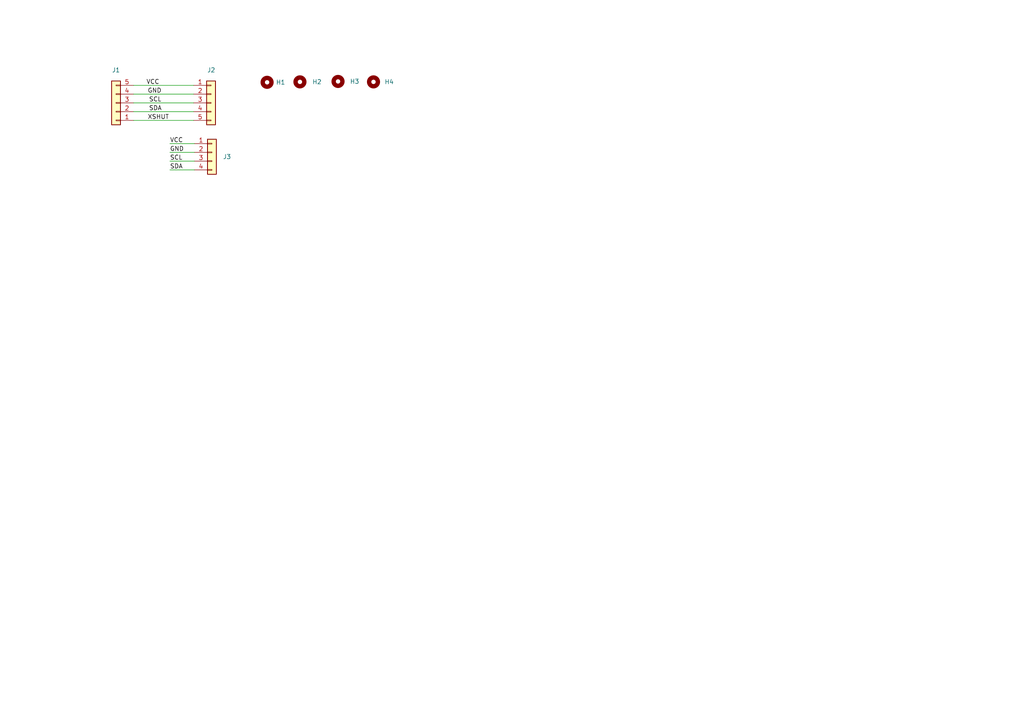
<source format=kicad_sch>
(kicad_sch (version 20211123) (generator eeschema)
  (paper "A4")
  (lib_symbols
    (symbol "Connector_Generic:Conn_01x04" (pin_names (offset 1.016) hide)
      (property "Reference" "J" (at 0 5.08 0))
      (property "Value" "Conn_01x04" (at 0 -7.62 0))
      (symbol "Conn_01x04_1_1"
        (rectangle (start -1.27 -4.953) (end 0 -5.207) (stroke (width 0.1524)))
        (rectangle (start -1.27 -2.413) (end 0 -2.667) (stroke (width 0.1524)))
        (rectangle (start -1.27 0.127) (end 0 -0.127) (stroke (width 0.1524)))
        (rectangle (start -1.27 2.667) (end 0 2.413) (stroke (width 0.1524)))
        (rectangle (start -1.27 3.81) (end 1.27 -6.35) (stroke (width 0.254)) (fill (type background)))
        (pin passive line (at -5.08 2.54 0) (length 3.81) (name "Pin_1") (number "1"))
        (pin passive line (at -5.08 0 0) (length 3.81) (name "Pin_2") (number "2"))
        (pin passive line (at -5.08 -2.54 0) (length 3.81) (name "Pin_3") (number "3"))
        (pin passive line (at -5.08 -5.08 0) (length 3.81) (name "Pin_4") (number "4"))
      )
    )
    (symbol "Connector_Generic:Conn_01x05" (pin_names (offset 1.016) hide)
      (property "Reference" "J" (at 0 7.62 0))
      (property "Value" "Conn_01x05" (at 0 -7.62 0))
      (symbol "Conn_01x05_1_1"
        (rectangle (start -1.27 -4.953) (end 0 -5.207) (stroke (width 0.1524)))
        (rectangle (start -1.27 -2.413) (end 0 -2.667) (stroke (width 0.1524)))
        (rectangle (start -1.27 0.127) (end 0 -0.127) (stroke (width 0.1524)))
        (rectangle (start -1.27 2.667) (end 0 2.413) (stroke (width 0.1524)))
        (rectangle (start -1.27 5.207) (end 0 4.953) (stroke (width 0.1524)))
        (rectangle (start -1.27 6.35) (end 1.27 -6.35) (stroke (width 0.254)) (fill (type background)))
        (pin passive line (at -5.08 5.08 0) (length 3.81) (name "Pin_1") (number "1"))
        (pin passive line (at -5.08 2.54 0) (length 3.81) (name "Pin_2") (number "2"))
        (pin passive line (at -5.08 0 0) (length 3.81) (name "Pin_3") (number "3"))
        (pin passive line (at -5.08 -2.54 0) (length 3.81) (name "Pin_4") (number "4"))
        (pin passive line (at -5.08 -5.08 0) (length 3.81) (name "Pin_5") (number "5"))
      )
    )
    (symbol "Mechanical:MountingHole" (pin_names (offset 1.016))
      (property "Reference" "H" (at 0 5.08 0))
      (property "Value" "MountingHole" (at 0 3.175 0))
      (symbol "MountingHole_0_1"
        (circle (center 0 0) (radius 1.27) (stroke (width 1.27)))
      )
    )
  )
  (wire (pts (xy 38.735 24.765) (xy 56.134 24.765)))
  (wire (pts (xy 38.735 34.925) (xy 56.134 34.925)))
  (wire (pts (xy 49.276 46.736) (xy 56.388 46.736)))
  (wire (pts (xy 49.276 49.276) (xy 56.388 49.276)))
  (wire (pts (xy 38.735 32.385) (xy 56.134 32.385)))
  (wire (pts (xy 38.735 27.305) (xy 56.134 27.305)))
  (wire (pts (xy 49.276 41.656) (xy 56.388 41.656)))
  (wire (pts (xy 49.276 44.196) (xy 56.388 44.196)))
  (wire (pts (xy 38.735 29.845) (xy 56.134 29.845)))
  (label "GND" (at 49.276 44.196 0))
  (label "XSHUT" (at 42.799 34.925 0))
  (label "SDA" (at 43.18 32.385 0))
  (label "VCC" (at 49.276 41.656 0))
  (label "SDA" (at 49.276 49.276 0))
  (label "GND" (at 42.799 27.305 0))
  (label "SCL" (at 49.276 46.736 0))
  (label "VCC" (at 42.418 24.765 0))
  (label "SCL" (at 43.18 29.845 0))
  (symbol (lib_id "Mechanical:MountingHole") (at 108.331 23.749 0) (unit 1)
    (property "Reference" "H4" (at 111.506 23.7489 0) (effects (justify left)))
    (property "Value" "MountingHole" (effects hide))
    (property "Footprint" "MountingHole:MountingHole_2.2mm_M2_DIN965_Pad" (effects hide))
  )
  (symbol (lib_id "Mechanical:MountingHole") (at 86.995 23.749 0) (unit 1)
    (property "Reference" "H2" (at 90.551 23.7489 0) (effects (justify left)))
    (property "Value" "MountingHole" (effects hide))
    (property "Footprint" "MountingHole:MountingHole_2.2mm_M2_DIN965_Pad" (effects hide))
  )
  (symbol (lib_id "Mechanical:MountingHole") (at 77.47 23.876 0) (unit 1)
    (property "Reference" "H1" (at 80.01 23.8759 0) (effects (justify left)))
    (property "Value" "MountingHole" (effects hide))
    (property "Footprint" "MountingHole:MountingHole_2.2mm_M2_DIN965_Pad" (effects hide))
  )
  (symbol (lib_id "Mechanical:MountingHole") (at 98.044 23.622 0) (unit 1)
    (property "Reference" "H3" (at 101.473 23.6219 0) (effects (justify left)))
    (property "Value" "MountingHole" (effects hide))
    (property "Footprint" "MountingHole:MountingHole_2.2mm_M2_DIN965_Pad" (effects hide))
  )
  (symbol (lib_id "Connector_Generic:Conn_01x05") (at 33.655 29.845 180) (unit 1)
    (property "Reference" "J1" (at 33.655 20.32 0))
    (property "Value" "Conn_01x05" (effects hide))
    (property "Footprint" "tfg_library:Conn_5pins" (effects hide))
  )
  (symbol (lib_id "Connector_Generic:Conn_01x05") (at 61.214 29.845 0) (unit 1)
    (property "Reference" "J2" (at 60.071 20.32 0) (effects (justify left)))
    (property "Value" "Conn_01x05" (effects hide))
    (property "Footprint" "tfg_library:Conn_5pins" (effects hide))
  )
  (symbol (lib_id "Connector_Generic:Conn_01x04") (at 61.468 44.196 0) (unit 1)
    (property "Reference" "J3" (at 64.643 45.4659 0) (effects (justify left)))
    (property "Value" "Conn_01x04" (effects hide))
    (property "Footprint" "tfg_library:Conn_4pins" (effects hide))
  )
)
</source>
